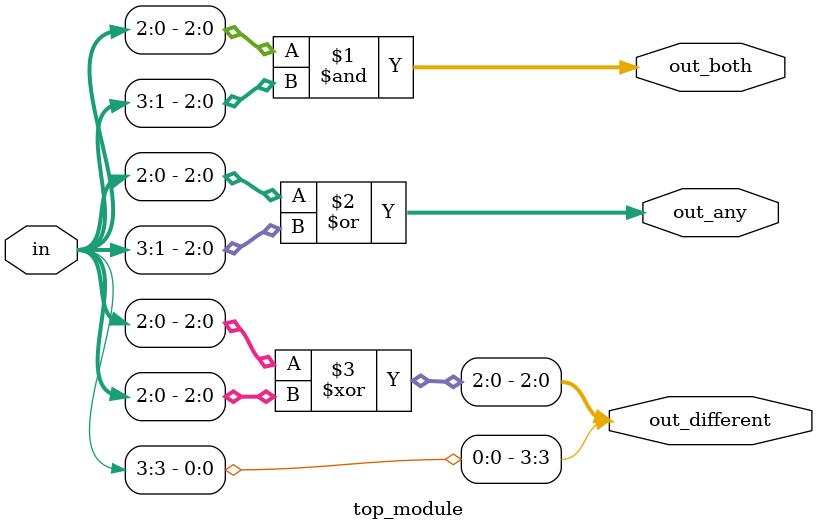
<source format=sv>
module top_module (
	input [3:0] in,
	output [2:0] out_both,
	output [3:1] out_any,
	output [3:0] out_different
);

	assign out_both = in[2:0] & in[3:1];
	assign out_any = in[2:0] | in[3:1];
	assign out_different = {in[3], in[2:0] ^ in[2:0]};

endmodule

</source>
